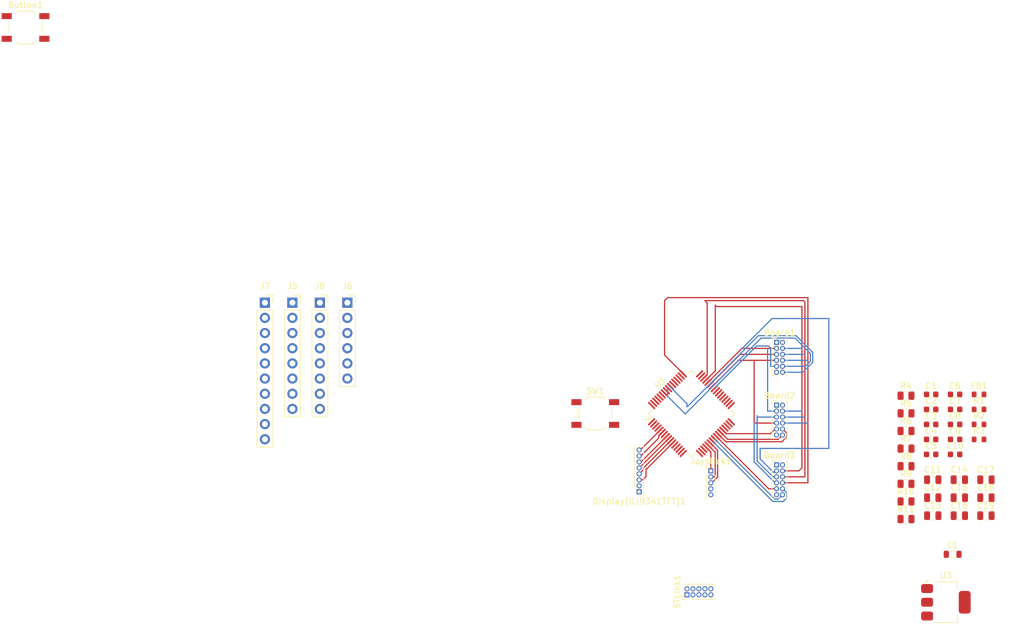
<source format=kicad_pcb>
(kicad_pcb (version 20241229) (generator "pcbnew") (generator_version "9.0")
  (title_block (title "Test") (date "2026-01-30") (rev "0"))
  (layers (0 "F.Cu" signal) (2 "B.Cu" signal) (13 "F.Paste" user) (15 "B.Paste" user) (5 "F.SilkS" user "F.Silkscreen") (7 "B.SilkS" user "B.Silkscreen") (1 "F.Mask" user) (3 "B.Mask" user) (25 "Edge.Cuts" user))
  (net 0 "")
  (net 1 "/OE")
  (net 2 "/OUT_3_1")
  (net 3 "/OUT_2_1")
  (net 4 "/LED")
  (net 5 "/S0")
  (net 6 "/S1")
  (net 7 "GND")
  (net 8 "/S2")
  (net 9 "/S3")
  (net 10 "+3.3V")
  (net 11 "/OUT_1_1")
  (net 12 "/OUT_2_2")
  (net 13 "/OUT_3_2")
  (net 14 "/OUT_1_2")
  (net 15 "/OUT_2_3")
  (net 16 "/OUT_3_3")
  (net 17 "/OUT_1_3")
  (net 18 "/But")
  (net 19 "+3V0")
  (net 20 "/PD2")
  (net 21 "VDDA")
  (net 22 "/SDI{slash}MOSI")
  (net 23 "/RESET")
  (net 24 "VCC")
  (net 25 "/CS")
  (net 26 "/LED_T")
  (net 27 "/DC{slash}RS")
  (net 28 "/SCK")
  (net 29 "/NRST")
  (net 30 "VDD")
  (net 31 "/Button")
  (net 32 "/Y-pos")
  (net 33 "/X-pos")
  (net 34 "/BOOT0")
  (net 35 "/SWDIO")
  (net 37 "/RST_L")
  (net 40 "/CLK")
  (net 43 "/DIR_3")
  (net 44 "/DIR_1")
  (net 46 "/FAULT_3")
  (net 47 "/RST_2")
  (net 48 "/FAULT_4")
  (net 50 "/RST_4")
  (net 51 "/STEP_2")
  (net 52 "/STEP_1")
  (net 53 "/DIR_2")
  (net 55 "/RST_3")
  (net 56 "/FAULT_1")
  (net 57 "/DIR_4")
  (net 58 "/RST_1")
  (net 59 "/STEP_3")
  (net 61 "/FAULT_2")
  (net 63 "/STEP_4")
  (net 64 "+24VA")
  (net 65 "/BST")
  (net 66 "/SW")
  (net 67 "/Buck_Vout_5V{slash}3A")
  (net 68 "/SS")
  (net 69 "Net-(C17-Pad2)")
  (net 70 "+5V")
  (net 71 "/LM317_Vout_3.3V")
  (net 72 "/EN")
  (net 73 "/PG")
  (net 74 "/FB")
  (net 75 "Net-(U3-ADJ)")
  (net 76 "/IOREF")
  (net 78 "+3V3")
  (net 79 "/~{RESET}")
  (net 80 "/A1")
  (net 81 "/A3")
  (net 82 "/SCL{slash}A5")
  (net 83 "/SDA{slash}A4")
  (net 84 "/A0")
  (net 85 "/A2")
  (net 86 "/*10")
  (net 87 "/13")
  (net 88 "/*9")
  (net 89 "/*11")
  (net 90 "/8")
  (net 91 "/12")
  (net 92 "/AREF")
  (net 93 "/TX{slash}1")
  (net 94 "/*6")
  (net 95 "/*5")
  (net 96 "/RX{slash}0")
  (net 97 "/2")
  (net 98 "/7")
  (net 99 "/*3")
  (net 100 "/4")
  (footprint "Capacitor_SMD:C_0805_2012Metric" (layer "F.Cu") (at 165.05 78.73)
    (property "Reference" "C17" (at 0 -1.68 0) (layer "F.SilkS"))
    (property "Value" "300pF")
    (pad "1" smd roundrect (at -0.95 0) (size 1 1.45) (layers "F.Cu" "F.Mask" "F.Paste") (net 67 "/Buck_Vout_5V{slash}3A"))
    (pad "2" smd roundrect (at 0.95 0) (size 1 1.45) (layers "F.Cu" "F.Mask" "F.Paste") (net 69 "Net-(C17-Pad2)"))
  )
  (footprint "Resistor_SMD:R_0603_1608Metric" (layer "F.Cu") (at 163.9 64.455)
    (property "Reference" "FB1" (at 0 -1.43 0) (layer "F.SilkS"))
    (property "Value" "600Ohm @ 100MHz")
    (pad "1" smd roundrect (at -0.825 0) (size 0.8 0.95) (layers "F.Cu" "F.Mask" "F.Paste") (net 19 "+3V0"))
    (pad "2" smd roundrect (at 0.825 0) (size 0.8 0.95) (layers "F.Cu" "F.Mask" "F.Paste") (net 21 "VDDA"))
  )
  (footprint "Resistor_SMD:R_0805_2012Metric" (layer "F.Cu") (at 151.67 67.625)
    (property "Reference" "R5" (at 0 -1.65 0) (layer "F.SilkS"))
    (property "Value" "22k")
    (pad "1" smd roundrect (at -0.9125 0) (size 1.025 1.4) (layers "F.Cu" "F.Mask" "F.Paste") (roundrect_rratio 0.243902) (net 72 "/EN"))
    (pad "2" smd roundrect (at 0.9125 0) (size 1.025 1.4) (layers "F.Cu" "F.Mask" "F.Paste") (roundrect_rratio 0.243902) (net 7 "GND"))
  )
  (footprint "Resistor_SMD:R_0805_2012Metric" (layer "F.Cu") (at 151.67 82.375)
    (property "Reference" "R10" (at 0 -1.65 0) (layer "F.SilkS"))
    (property "Value" "240")
    (pad "1" smd roundrect (at -0.9125 0) (size 1.025 1.4) (layers "F.Cu" "F.Mask" "F.Paste") (roundrect_rratio 0.243902) (net 71 "/LM317_Vout_3.3V"))
    (pad "2" smd roundrect (at 0.9125 0) (size 1.025 1.4) (layers "F.Cu" "F.Mask" "F.Paste") (roundrect_rratio 0.243902) (net 75 "Net-(U3-ADJ)"))
  )
  (footprint "Capacitor_SMD:C_0805_2012Metric" (layer "F.Cu") (at 165.05 84.75)
    (property "Reference" "C19" (at 0 -1.68 0) (layer "F.SilkS"))
    (property "Value" "1uF")
    (pad "1" smd roundrect (at -0.95 0) (size 1 1.45) (layers "F.Cu" "F.Mask" "F.Paste") (net 71 "/LM317_Vout_3.3V"))
    (pad "2" smd roundrect (at 0.95 0) (size 1 1.45) (layers "F.Cu" "F.Mask" "F.Paste") (net 7 "GND"))
  )
  (footprint "Button_Switch_SMD:SW_SPST_TL3342" (layer "F.Cu") (at 4.275 3.025)
    (property "Reference" "Button1" (at 0 -3.75 0) (layer "F.SilkS"))
    (property "Value" "~")
    (pad "1" smd rect (at -3.15 -1.9) (size 1.7 1) (layers "F.Cu" "F.Mask" "F.Paste") (net 7 "GND"))
    (pad "1" smd rect (at 3.15 -1.9) (size 1.7 1) (layers "F.Cu" "F.Mask" "F.Paste") (net 7 "GND"))
    (pad "2" smd rect (at -3.15 1.9) (size 1.7 1) (layers "F.Cu" "F.Mask" "F.Paste") (net 18 "/But"))
    (pad "2" smd rect (at 3.15 1.9) (size 1.7 1) (layers "F.Cu" "F.Mask" "F.Paste") (net 18 "/But"))
  )
  (footprint "Capacitor_SMD:C_0805_2012Metric" (layer "F.Cu") (at 160.6 84.75)
    (property "Reference" "C16" (at 0 -1.68 0) (layer "F.SilkS"))
    (property "Value" "22nF")
    (pad "1" smd roundrect (at -0.95 0) (size 1 1.45) (layers "F.Cu" "F.Mask" "F.Paste") (net 68 "/SS"))
    (pad "2" smd roundrect (at 0.95 0) (size 1 1.45) (layers "F.Cu" "F.Mask" "F.Paste") (net 7 "GND"))
  )
  (footprint "Capacitor_SMD:C_0603_1608Metric" (layer "F.Cu") (at 155.88 66.965)
    (property "Reference" "C2" (at 0 -1.43 0) (layer "F.SilkS"))
    (property "Value" "100nF")
    (pad "1" smd roundrect (at -0.775 0) (size 0.9 0.95) (layers "F.Cu" "F.Mask" "F.Paste") (net 19 "+3V0"))
    (pad "2" smd roundrect (at 0.775 0) (size 0.9 0.95) (layers "F.Cu" "F.Mask" "F.Paste") (net 7 "GND"))
  )
  (footprint "Package_TO_SOT_SMD:SOT-223-3_TabPin2" (layer "F.Cu") (at 158.35 99.25)
    (property "Reference" "U3" (at 0 -4.5 0) (layer "F.SilkS"))
    (property "Value" "LM317_SOT-223")
    (pad "1" smd roundrect (at -3.15 -2.3) (size 2 1.5) (layers "F.Cu" "F.Mask" "F.Paste") (net 75 "Net-(U3-ADJ)"))
    (pad "2" smd roundrect (at -3.15 0) (size 2 1.5) (layers "F.Cu" "F.Mask" "F.Paste") (net 71 "/LM317_Vout_3.3V"))
    (pad "2" smd roundrect (at 3.15 0) (size 2 3.8) (layers "F.Cu" "F.Mask" "F.Paste") (net 71 "/LM317_Vout_3.3V"))
    (pad "3" smd roundrect (at -3.15 2.3) (size 2 1.5) (layers "F.Cu" "F.Mask" "F.Paste") (net 70 "+5V"))
  )
  (footprint "Capacitor_SMD:C_0603_1608Metric" (layer "F.Cu") (at 159.89 64.455)
    (property "Reference" "C6" (at 0 -1.43 0) (layer "F.SilkS"))
    (property "Value" "1uF")
    (pad "1" smd roundrect (at -0.775 0) (size 0.9 0.95) (layers "F.Cu" "F.Mask" "F.Paste") (net 21 "VDDA"))
    (pad "2" smd roundrect (at 0.775 0) (size 0.9 0.95) (layers "F.Cu" "F.Mask" "F.Paste") (net 7 "GND"))
  )
  (footprint "Capacitor_SMD:C_0603_1608Metric" (layer "F.Cu") (at 159.89 71.985)
    (property "Reference" "C9" (at 0 -1.43 0) (layer "F.SilkS"))
    (property "Value" "100nF")
    (pad "1" smd roundrect (at -0.775 0) (size 0.9 0.95) (layers "F.Cu" "F.Mask" "F.Paste") (net 19 "+3V0"))
    (pad "2" smd roundrect (at 0.775 0) (size 0.9 0.95) (layers "F.Cu" "F.Mask" "F.Paste") (net 7 "GND"))
  )
  (footprint "Resistor_SMD:R_0805_2012Metric" (layer "F.Cu") (at 151.67 64.675)
    (property "Reference" "R4" (at 0 -1.65 0) (layer "F.SilkS"))
    (property "Value" "180k")
    (pad "1" smd roundrect (at -0.9125 0) (size 1.025 1.4) (layers "F.Cu" "F.Mask" "F.Paste") (roundrect_rratio 0.243902) (net 64 "+24VA"))
    (pad "2" smd roundrect (at 0.9125 0) (size 1.025 1.4) (layers "F.Cu" "F.Mask" "F.Paste") (roundrect_rratio 0.243902) (net 72 "/EN"))
  )
  (footprint "Capacitor_SMD:C_0805_2012Metric" (layer "F.Cu") (at 156.15 78.73)
    (property "Reference" "C11" (at 0 -1.68 0) (layer "F.SilkS"))
    (property "Value" "22nF")
    (pad "1" smd roundrect (at -0.95 0) (size 1 1.45) (layers "F.Cu" "F.Mask" "F.Paste") (net 64 "+24VA"))
    (pad "2" smd roundrect (at 0.95 0) (size 1 1.45) (layers "F.Cu" "F.Mask" "F.Paste") (net 7 "GND"))
  )
  (footprint "Capacitor_SMD:C_0603_1608Metric" (layer "F.Cu") (at 155.88 71.985)
    (property "Reference" "C4" (at 0 -1.43 0) (layer "F.SilkS"))
    (property "Value" "100nF")
    (pad "1" smd roundrect (at -0.775 0) (size 0.9 0.95) (layers "F.Cu" "F.Mask" "F.Paste") (net 19 "+3V0"))
    (pad "2" smd roundrect (at 0.775 0) (size 0.9 0.95) (layers "F.Cu" "F.Mask" "F.Paste") (net 7 "GND"))
  )
  (footprint "Capacitor_SMD:C_0805_2012Metric" (layer "F.Cu") (at 160.6 81.74)
    (property "Reference" "C15" (at 0 -1.68 0) (layer "F.SilkS"))
    (property "Value" "22nF")
    (pad "1" smd roundrect (at -0.95 0) (size 1 1.45) (layers "F.Cu" "F.Mask" "F.Paste") (net 67 "/Buck_Vout_5V{slash}3A"))
    (pad "2" smd roundrect (at 0.95 0) (size 1 1.45) (layers "F.Cu" "F.Mask" "F.Paste") (net 7 "GND"))
  )
  (footprint "Connector_PinSocket_2.54mm:PinSocket_1x08_P2.54mm_Vertical" (layer "F.Cu") (at 48.95 49.1)
    (property "Reference" "J5" (at 0 -2.77 0) (layer "F.SilkS"))
    (property "Value" "Power")
    (pad "1" thru_hole rect (at 0 0) (size 1.7 1.7) (drill 1) (layers "*.Cu" "*.Mask"))
    (pad "2" thru_hole circle (at 0 2.54) (size 1.7 1.7) (drill 1) (layers "*.Cu" "*.Mask") (net 76 "/IOREF"))
    (pad "3" thru_hole circle (at 0 5.08) (size 1.7 1.7) (drill 1) (layers "*.Cu" "*.Mask") (net 79 "/~{RESET}"))
    (pad "4" thru_hole circle (at 0 7.62) (size 1.7 1.7) (drill 1) (layers "*.Cu" "*.Mask") (net 78 "+3V3"))
    (pad "5" thru_hole circle (at 0 10.16) (size 1.7 1.7) (drill 1) (layers "*.Cu" "*.Mask") (net 70 "+5V"))
    (pad "6" thru_hole circle (at 0 12.7) (size 1.7 1.7) (drill 1) (layers "*.Cu" "*.Mask") (net 7 "GND"))
    (pad "7" thru_hole circle (at 0 15.24) (size 1.7 1.7) (drill 1) (layers "*.Cu" "*.Mask") (net 7 "GND"))
    (pad "8" thru_hole circle (at 0 17.78) (size 1.7 1.7) (drill 1) (layers "*.Cu" "*.Mask") (net 24 "VCC"))
  )
  (footprint "Capacitor_SMD:C_0805_2012Metric" (layer "F.Cu") (at 156.15 84.75)
    (property "Reference" "C13" (at 0 -1.68 0) (layer "F.SilkS"))
    (property "Value" "0.1uF")
    (pad "1" smd roundrect (at -0.95 0) (size 1 1.45) (layers "F.Cu" "F.Mask" "F.Paste") (net 65 "/BST"))
    (pad "2" smd roundrect (at 0.95 0) (size 1 1.45) (layers "F.Cu" "F.Mask" "F.Paste") (net 66 "/SW"))
  )
  (footprint "Connector_PinHeader_1.00mm:PinHeader_2x06_P1.00mm_Vertical" (layer "F.Cu") (at 130 76.25)
    (property "Reference" "Board3" (at 0.5 -1.61 0) (layer "F.SilkS"))
    (property "Value" "Conn_02x06_Odd_Even")
    (pad "1" thru_hole rect (at 0 0) (size 0.85 0.85) (drill 0.5) (layers "*.Cu" "*.Mask") (net 7 "GND"))
    (pad "2" thru_hole circle (at 1 0) (size 0.85 0.85) (drill 0.5) (layers "*.Cu" "*.Mask") (net 10 "+3.3V"))
    (pad "3" thru_hole circle (at 0 1) (size 0.85 0.85) (drill 0.5) (layers "*.Cu" "*.Mask") (net 5 "/S0"))
    (pad "4" thru_hole circle (at 1 1) (size 0.85 0.85) (drill 0.5) (layers "*.Cu" "*.Mask") (net 6 "/S1"))
    (pad "5" thru_hole circle (at 0 2) (size 0.85 0.85) (drill 0.5) (layers "*.Cu" "*.Mask") (net 8 "/S2"))
    (pad "6" thru_hole circle (at 1 2) (size 0.85 0.85) (drill 0.5) (layers "*.Cu" "*.Mask") (net 9 "/S3"))
    (pad "7" thru_hole circle (at 0 3) (size 0.85 0.85) (drill 0.5) (layers "*.Cu" "*.Mask") (net 1 "/OE"))
    (pad "8" thru_hole circle (at 1 3) (size 0.85 0.85) (drill 0.5) (layers "*.Cu" "*.Mask") (net 4 "/LED"))
    (pad "9" thru_hole circle (at 0 4) (size 0.85 0.85) (drill 0.5) (layers "*.Cu" "*.Mask") (net 17 "/OUT_1_3"))
    (pad "10" thru_hole circle (at 1 4) (size 0.85 0.85) (drill 0.5) (layers "*.Cu" "*.Mask") (net 15 "/OUT_2_3"))
    (pad "11" thru_hole circle (at 0 5) (size 0.85 0.85) (drill 0.5) (layers "*.Cu" "*.Mask") (net 7 "GND"))
    (pad "12" thru_hole circle (at 1 5) (size 0.85 0.85) (drill 0.5) (layers "*.Cu" "*.Mask") (net 16 "/OUT_3_3"))
  )
  (footprint "Capacitor_SMD:C_0603_1608Metric" (layer "F.Cu") (at 155.88 69.475)
    (property "Reference" "C3" (at 0 -1.43 0) (layer "F.SilkS"))
    (property "Value" "100nF")
    (pad "1" smd roundrect (at -0.775 0) (size 0.9 0.95) (layers "F.Cu" "F.Mask" "F.Paste") (net 19 "+3V0"))
    (pad "2" smd roundrect (at 0.775 0) (size 0.9 0.95) (layers "F.Cu" "F.Mask" "F.Paste") (net 7 "GND"))
  )
  (footprint "Connector_PinSocket_2.54mm:PinSocket_1x10_P2.54mm_Vertical" (layer "F.Cu") (at 44.35 49.1)
    (property "Reference" "J7" (at 0 -2.77 0) (layer "F.SilkS"))
    (property "Value" "Digital/PWM")
    (pad "1" thru_hole rect (at 0 0) (size 1.7 1.7) (drill 1) (layers "*.Cu" "*.Mask") (net 82 "/SCL{slash}A5"))
    (pad "2" thru_hole circle (at 0 2.54) (size 1.7 1.7) (drill 1) (layers "*.Cu" "*.Mask") (net 83 "/SDA{slash}A4"))
    (pad "3" thru_hole circle (at 0 5.08) (size 1.7 1.7) (drill 1) (layers "*.Cu" "*.Mask") (net 92 "/AREF"))
    (pad "4" thru_hole circle (at 0 7.62) (size 1.7 1.7) (drill 1) (layers "*.Cu" "*.Mask") (net 7 "GND"))
    (pad "5" thru_hole circle (at 0 10.16) (size 1.7 1.7) (drill 1) (layers "*.Cu" "*.Mask") (net 87 "/13"))
    (pad "6" thru_hole circle (at 0 12.7) (size 1.7 1.7) (drill 1) (layers "*.Cu" "*.Mask") (net 91 "/12"))
    (pad "7" thru_hole circle (at 0 15.24) (size 1.7 1.7) (drill 1) (layers "*.Cu" "*.Mask") (net 89 "/*11"))
    (pad "8" thru_hole circle (at 0 17.78) (size 1.7 1.7) (drill 1) (layers "*.Cu" "*.Mask") (net 86 "/*10"))
    (pad "9" thru_hole circle (at 0 20.32) (size 1.7 1.7) (drill 1) (layers "*.Cu" "*.Mask") (net 88 "/*9"))
    (pad "10" thru_hole circle (at 0 22.86) (size 1.7 1.7) (drill 1) (layers "*.Cu" "*.Mask") (net 90 "/8"))
  )
  (footprint "Capacitor_SMD:C_0603_1608Metric" (layer "F.Cu") (at 155.88 64.455)
    (property "Reference" "C1" (at 0 -1.43 0) (layer "F.SilkS"))
    (property "Value" "0.1uF")
    (pad "1" smd roundrect (at -0.775 0) (size 0.9 0.95) (layers "F.Cu" "F.Mask" "F.Paste") (net 29 "/NRST"))
    (pad "2" smd roundrect (at 0.775 0) (size 0.9 0.95) (layers "F.Cu" "F.Mask" "F.Paste") (net 7 "GND"))
  )
  (footprint "Package_QFP:LQFP-64_10x10mm_P0.5mm" (layer "F.Cu") (at 115.75 67.675 45)
    (property "Reference" "U1" (at 0 -7.4 45) (layer "F.SilkS"))
    (property "Value" "STM32F091RCTx")
    (pad "1" smd roundrect (at -5.675 -3.749999 45) (size 1.55 0.3) (layers "F.Cu" "F.Mask" "F.Paste") (net 19 "+3V0"))
    (pad "2" smd roundrect (at -5.675 -3.25 45) (size 1.55 0.3) (layers "F.Cu" "F.Mask" "F.Paste") (net 61 "/FAULT_2"))
    (pad "3" smd roundrect (at -5.675 -2.75 45) (size 1.55 0.3) (layers "F.Cu" "F.Mask" "F.Paste"))
    (pad "4" smd roundrect (at -5.675 -2.25 45) (size 1.55 0.3) (layers "F.Cu" "F.Mask" "F.Paste"))
    (pad "5" smd roundrect (at -5.675 -1.75 45) (size 1.55 0.3) (layers "F.Cu" "F.Mask" "F.Paste") (net 26 "/LED_T"))
    (pad "6" smd roundrect (at -5.675 -1.249999 45) (size 1.55 0.3) (layers "F.Cu" "F.Mask" "F.Paste") (net 28 "/SCK"))
    (pad "7" smd roundrect (at -5.675 -0.75 45) (size 1.55 0.3) (layers "F.Cu" "F.Mask" "F.Paste") (net 29 "/NRST"))
    (pad "8" smd roundrect (at -5.675 -0.25 45) (size 1.55 0.3) (layers "F.Cu" "F.Mask" "F.Paste") (net 22 "/SDI{slash}MOSI"))
    (pad "9" smd roundrect (at -5.675 0.25 45) (size 1.55 0.3) (layers "F.Cu" "F.Mask" "F.Paste") (net 27 "/DC{slash}RS"))
    (pad "10" smd roundrect (at -5.675 0.75 45) (size 1.55 0.3) (layers "F.Cu" "F.Mask" "F.Paste") (net 23 "/RESET"))
    (pad "11" smd roundrect (at -5.675 1.249999 45) (size 1.55 0.3) (layers "F.Cu" "F.Mask" "F.Paste") (net 25 "/CS"))
    (pad "12" smd roundrect (at -5.675 1.75 45) (size 1.55 0.3) (layers "F.Cu" "F.Mask" "F.Paste") (net 7 "GND"))
    (pad "13" smd roundrect (at -5.675 2.25 45) (size 1.55 0.3) (layers "F.Cu" "F.Mask" "F.Paste") (net 21 "VDDA"))
    (pad "14" smd roundrect (at -5.675 2.75 45) (size 1.55 0.3) (layers "F.Cu" "F.Mask" "F.Paste"))
    (pad "15" smd roundrect (at -5.675 3.25 45) (size 1.55 0.3) (layers "F.Cu" "F.Mask" "F.Paste"))
    (pad "16" smd roundrect (at -5.675 3.749999 45) (size 1.55 0.3) (layers "F.Cu" "F.Mask" "F.Paste"))
    (pad "17" smd roundrect (at -3.749999 5.675 45) (size 0.3 1.55) (layers "F.Cu" "F.Mask" "F.Paste"))
    (pad "18" smd roundrect (at -3.25 5.675 45) (size 0.3 1.55) (layers "F.Cu" "F.Mask" "F.Paste") (net 7 "GND"))
    (pad "19" smd roundrect (at -2.75 5.675 45) (size 0.3 1.55) (layers "F.Cu" "F.Mask" "F.Paste") (net 19 "+3V0"))
    (pad "20" smd roundrect (at -2.25 5.675 45) (size 0.3 1.55) (layers "F.Cu" "F.Mask" "F.Paste") (net 31 "/Button"))
    (pad "21" smd roundrect (at -1.75 5.675 45) (size 0.3 1.55) (layers "F.Cu" "F.Mask" "F.Paste") (net 32 "/Y-pos"))
    (pad "22" smd roundrect (at -1.249999 5.675 45) (size 0.3 1.55) (layers "F.Cu" "F.Mask" "F.Paste") (net 33 "/X-pos"))
    (pad "23" smd roundrect (at -0.75 5.675 45) (size 0.3 1.55) (layers "F.Cu" "F.Mask" "F.Paste") (net 15 "/OUT_2_3"))
    (pad "24" smd roundrect (at -0.25 5.675 45) (size 0.3 1.55) (layers "F.Cu" "F.Mask" "F.Paste") (net 16 "/OUT_3_3"))
    (pad "25" smd roundrect (at 0.25 5.675 45) (size 0.3 1.55) (layers "F.Cu" "F.Mask" "F.Paste") (net 17 "/OUT_1_3"))
    (pad "26" smd roundrect (at 0.75 5.675 45) (size 0.3 1.55) (layers "F.Cu" "F.Mask" "F.Paste") (net 12 "/OUT_2_2"))
    (pad "27" smd roundrect (at 1.249999 5.675 45) (size 0.3 1.55) (layers "F.Cu" "F.Mask" "F.Paste") (net 13 "/OUT_3_2"))
    (pad "28" smd roundrect (at 1.75 5.675 45) (size 0.3 1.55) (layers "F.Cu" "F.Mask" "F.Paste") (net 14 "/OUT_1_2"))
    (pad "29" smd roundrect (at 2.25 5.675 45) (size 0.3 1.55) (layers "F.Cu" "F.Mask" "F.Paste") (net 55 "/RST_3"))
    (pad "30" smd roundrect (at 2.75 5.675 45) (size 0.3 1.55) (layers "F.Cu" "F.Mask" "F.Paste") (net 46 "/FAULT_3"))
    (pad "31" smd roundrect (at 3.25 5.675 45) (size 0.3 1.55) (layers "F.Cu" "F.Mask" "F.Paste") (net 7 "GND"))
    (pad "32" smd roundrect (at 3.749999 5.675 45) (size 0.3 1.55) (layers "F.Cu" "F.Mask" "F.Paste") (net 19 "+3V0"))
    (pad "33" smd roundrect (at 5.675 3.749999 45) (size 1.55 0.3) (layers "F.Cu" "F.Mask" "F.Paste") (net 63 "/STEP_4"))
    (pad "34" smd roundrect (at 5.675 3.25 45) (size 1.55 0.3) (layers "F.Cu" "F.Mask" "F.Paste") (net 57 "/DIR_4"))
    (pad "35" smd roundrect (at 5.675 2.75 45) (size 1.55 0.3) (layers "F.Cu" "F.Mask" "F.Paste") (net 50 "/RST_4"))
    (pad "36" smd roundrect (at 5.675 2.25 45) (size 1.55 0.3) (layers "F.Cu" "F.Mask" "F.Paste") (net 48 "/FAULT_4"))
    (pad "37" smd roundrect (at 5.675 1.75 45) (size 1.55 0.3) (layers "F.Cu" "F.Mask" "F.Paste") (net 52 "/STEP_1"))
    (pad "38" smd roundrect (at 5.675 1.249999 45) (size 1.55 0.3) (layers "F.Cu" "F.Mask" "F.Paste") (net 44 "/DIR_1"))
    (pad "39" smd roundrect (at 5.675 0.75 45) (size 1.55 0.3) (layers "F.Cu" "F.Mask" "F.Paste") (net 58 "/RST_1"))
    (pad "40" smd roundrect (at 5.675 0.25 45) (size 1.55 0.3) (layers "F.Cu" "F.Mask" "F.Paste") (net 56 "/FAULT_1"))
    (pad "41" smd roundrect (at 5.675 -0.25 45) (size 1.55 0.3) (layers "F.Cu" "F.Mask" "F.Paste") (net 11 "/OUT_1_1"))
    (pad "42" smd roundrect (at 5.675 -0.75 45) (size 1.55 0.3) (layers "F.Cu" "F.Mask" "F.Paste") (net 1 "/OE"))
    (pad "43" smd roundrect (at 5.675 -1.249999 45) (size 1.55 0.3) (layers "F.Cu" "F.Mask" "F.Paste") (net 8 "/S2"))
    (pad "44" smd roundrect (at 5.675 -1.75 45) (size 1.55 0.3) (layers "F.Cu" "F.Mask" "F.Paste") (net 5 "/S0"))
    (pad "45" smd roundrect (at 5.675 -2.25 45) (size 1.55 0.3) (layers "F.Cu" "F.Mask" "F.Paste") (net 6 "/S1"))
    (pad "46" smd roundrect (at 5.675 -2.75 45) (size 1.55 0.3) (layers "F.Cu" "F.Mask" "F.Paste") (net 9 "/S3"))
    (pad "47" smd roundrect (at 5.675 -3.25 45) (size 1.55 0.3) (layers "F.Cu" "F.Mask" "F.Paste") (net 7 "GND"))
    (pad "48" smd roundrect (at 5.675 -3.749999 45) (size 1.55 0.3) (layers "F.Cu" "F.Mask" "F.Paste") (net 19 "+3V0"))
    (pad "49" smd roundrect (at 3.749999 -5.675 45) (size 0.3 1.55) (layers "F.Cu" "F.Mask" "F.Paste") (net 4 "/LED"))
    (pad "50" smd roundrect (at 3.25 -5.675 45) (size 0.3 1.55) (layers "F.Cu" "F.Mask" "F.Paste") (net 18 "/But"))
    (pad "51" smd roundrect (at 2.75 -5.675 45) (size 0.3 1.55) (layers "F.Cu" "F.Mask" "F.Paste") (net 51 "/STEP_2"))
    (pad "52" smd roundrect (at 2.25 -5.675 45) (size 0.3 1.55) (layers "F.Cu" "F.Mask" "F.Paste") (net 53 "/DIR_2"))
    (pad "53" smd roundrect (at 1.75 -5.675 45) (size 0.3 1.55) (layers "F.Cu" "F.Mask" "F.Paste") (net 47 "/RST_2"))
    (pad "54" smd roundrect (at 1.249999 -5.675 45) (size 0.3 1.55) (layers "F.Cu" "F.Mask" "F.Paste") (net 20 "/PD2"))
    (pad "55" smd roundrect (at 0.75 -5.675 45) (size 0.3 1.55) (layers "F.Cu" "F.Mask" "F.Paste") (net 2 "/OUT_3_1"))
    (pad "56" smd roundrect (at 0.25 -5.675 45) (size 0.3 1.55) (layers "F.Cu" "F.Mask" "F.Paste") (net 3 "/OUT_2_1"))
    (pad "57" smd roundrect (at -0.25 -5.675 45) (size 0.3 1.55) (layers "F.Cu" "F.Mask" "F.Paste"))
    (pad "58" smd roundrect (at -0.75 -5.675 45) (size 0.3 1.55) (layers "F.Cu" "F.Mask" "F.Paste"))
    (pad "59" smd roundrect (at -1.249999 -5.675 45) (size 0.3 1.55) (layers "F.Cu" "F.Mask" "F.Paste"))
    (pad "60" smd roundrect (at -1.75 -5.675 45) (size 0.3 1.55) (layers "F.Cu" "F.Mask" "F.Paste") (net 34 "/BOOT0"))
    (pad "61" smd roundrect (at -2.25 -5.675 45) (size 0.3 1.55) (layers "F.Cu" "F.Mask" "F.Paste") (net 59 "/STEP_3"))
    (pad "62" smd roundrect (at -2.75 -5.675 45) (size 0.3 1.55) (layers "F.Cu" "F.Mask" "F.Paste") (net 43 "/DIR_3"))
    (pad "63" smd roundrect (at -3.25 -5.675 45) (size 0.3 1.55) (layers "F.Cu" "F.Mask" "F.Paste") (net 7 "GND"))
    (pad "64" smd roundrect (at -3.749999 -5.675 45) (size 0.3 1.55) (layers "F.Cu" "F.Mask" "F.Paste") (net 19 "+3V0"))
  )
  (footprint "Resistor_SMD:R_0603_1608Metric" (layer "F.Cu") (at 163.9 66.965)
    (property "Reference" "R1" (at 0 -1.43 0) (layer "F.SilkS"))
    (property "Value" "100k")
    (pad "1" smd roundrect (at -0.825 0) (size 0.8 0.95) (layers "F.Cu" "F.Mask" "F.Paste") (net 19 "+3V0"))
    (pad "2" smd roundrect (at 0.825 0) (size 0.8 0.95) (layers "F.Cu" "F.Mask" "F.Paste") (net 29 "/NRST"))
  )
  (footprint "Capacitor_SMD:C_0603_1608Metric" (layer "F.Cu") (at 159.89 69.475)
    (property "Reference" "C8" (at 0 -1.43 0) (layer "F.SilkS"))
    (property "Value" "10nF")
    (pad "1" smd roundrect (at -0.775 0) (size 0.9 0.95) (layers "F.Cu" "F.Mask" "F.Paste") (net 21 "VDDA"))
    (pad "2" smd roundrect (at 0.775 0) (size 0.9 0.95) (layers "F.Cu" "F.Mask" "F.Paste") (net 7 "GND"))
  )
  (footprint "Connector_PinSocket_2.54mm:PinSocket_1x08_P2.54mm_Vertical" (layer "F.Cu") (at 53.55 49.1)
    (property "Reference" "J8" (at 0 -2.77 0) (layer "F.SilkS"))
    (property "Value" "Digital/PWM")
    (pad "1" thru_hole rect (at 0 0) (size 1.7 1.7) (drill 1) (layers "*.Cu" "*.Mask") (net 98 "/7"))
    (pad "2" thru_hole circle (at 0 2.54) (size 1.7 1.7) (drill 1) (layers "*.Cu" "*.Mask") (net 94 "/*6"))
    (pad "3" thru_hole circle (at 0 5.08) (size 1.7 1.7) (drill 1) (layers "*.Cu" "*.Mask") (net 95 "/*5"))
    (pad "4" thru_hole circle (at 0 7.62) (size 1.7 1.7) (drill 1) (layers "*.Cu" "*.Mask") (net 100 "/4"))
    (pad "5" thru_hole circle (at 0 10.16) (size 1.7 1.7) (drill 1) (layers "*.Cu" "*.Mask") (net 99 "/*3"))
    (pad "6" thru_hole circle (at 0 12.7) (size 1.7 1.7) (drill 1) (layers "*.Cu" "*.Mask") (net 97 "/2"))
    (pad "7" thru_hole circle (at 0 15.24) (size 1.7 1.7) (drill 1) (layers "*.Cu" "*.Mask") (net 93 "/TX{slash}1"))
    (pad "8" thru_hole circle (at 0 17.78) (size 1.7 1.7) (drill 1) (layers "*.Cu" "*.Mask") (net 96 "/RX{slash}0"))
  )
  (footprint "Button_Switch_SMD:SW_SPST_TL3342" (layer "F.Cu") (at 99.649999 67.65)
    (property "Reference" "SW1" (at 0 -3.749999 0) (layer "F.SilkS"))
    (property "Value" "SW_Push")
    (pad "1" smd rect (at -3.149999 -1.9) (size 1.7 1) (layers "F.Cu" "F.Mask" "F.Paste") (net 7 "GND"))
    (pad "1" smd rect (at 3.149999 -1.9) (size 1.7 1) (layers "F.Cu" "F.Mask" "F.Paste") (net 7 "GND"))
    (pad "2" smd rect (at -3.149999 1.9) (size 1.7 1) (layers "F.Cu" "F.Mask" "F.Paste") (net 29 "/NRST"))
    (pad "2" smd rect (at 3.149999 1.9) (size 1.7 1) (layers "F.Cu" "F.Mask" "F.Paste") (net 29 "/NRST"))
  )
  (footprint "Resistor_SMD:R_0805_2012Metric" (layer "F.Cu") (at 151.67 79.425)
    (property "Reference" "R9" (at 0 -1.65 0) (layer "F.SilkS"))
    (property "Value" "10k")
    (pad "1" smd roundrect (at -0.9125 0) (size 1.025 1.4) (layers "F.Cu" "F.Mask" "F.Paste") (roundrect_rratio 0.243902) (net 69 "Net-(C17-Pad2)"))
    (pad "2" smd roundrect (at 0.9125 0) (size 1.025 1.4) (layers "F.Cu" "F.Mask" "F.Paste") (roundrect_rratio 0.243902) (net 7 "GND"))
  )
  (footprint "Capacitor_SMD:C_0603_1608Metric" (layer "F.Cu") (at 159.89 74.495)
    (property "Reference" "C10" (at 0 -1.43 0) (layer "F.SilkS"))
    (property "Value" "4.7uF")
    (pad "1" smd roundrect (at -0.775 0) (size 0.9 0.95) (layers "F.Cu" "F.Mask" "F.Paste") (net 19 "+3V0"))
    (pad "2" smd roundrect (at 0.775 0) (size 0.9 0.95) (layers "F.Cu" "F.Mask" "F.Paste") (net 7 "GND"))
  )
  (footprint "Capacitor_SMD:C_0603_1608Metric" (layer "F.Cu") (at 159.89 66.965)
    (property "Reference" "C7" (at 0 -1.43 0) (layer "F.SilkS"))
    (property "Value" "C")
    (pad "1" smd roundrect (at -0.775 0) (size 0.9 0.95) (layers "F.Cu" "F.Mask" "F.Paste") (net 18 "/But"))
    (pad "2" smd roundrect (at 0.775 0) (size 0.9 0.95) (layers "F.Cu" "F.Mask" "F.Paste") (net 7 "GND"))
  )
  (footprint "Resistor_SMD:R_0603_1608Metric" (layer "F.Cu") (at 163.9 69.475)
    (property "Reference" "R2" (at 0 -1.43 0) (layer "F.SilkS"))
    (property "Value" "100k")
    (pad "1" smd roundrect (at -0.825 0) (size 0.8 0.95) (layers "F.Cu" "F.Mask" "F.Paste") (net 7 "GND"))
    (pad "2" smd roundrect (at 0.825 0) (size 0.8 0.95) (layers "F.Cu" "F.Mask" "F.Paste") (net 34 "/BOOT0"))
  )
  (footprint "Connector_PinHeader_1.00mm:PinHeader_1x05_P1.00mm_Vertical" (layer "F.Cu") (at 119 77.25)
    (property "Reference" "Joystick1" (at 0 -1.61 0) (layer "F.SilkS"))
    (property "Value" "Conn_01x05_Pin")
    (pad "1" thru_hole rect (at 0 0) (size 0.85 0.85) (drill 0.5) (layers "*.Cu" "*.Mask") (net 31 "/Button"))
    (pad "2" thru_hole circle (at 0 1) (size 0.85 0.85) (drill 0.5) (layers "*.Cu" "*.Mask") (net 32 "/Y-pos"))
    (pad "3" thru_hole circle (at 0 2.000001) (size 0.85 0.85) (drill 0.5) (layers "*.Cu" "*.Mask") (net 33 "/X-pos"))
    (pad "4" thru_hole circle (at 0 3) (size 0.85 0.85) (drill 0.5) (layers "*.Cu" "*.Mask") (net 30 "VDD"))
    (pad "5" thru_hole circle (at 0 4) (size 0.85 0.85) (drill 0.5) (layers "*.Cu" "*.Mask") (net 7 "GND"))
  )
  (footprint "Resistor_SMD:R_0805_2012Metric" (layer "F.Cu") (at 151.67 73.525)
    (property "Reference" "R7" (at 0 -1.65 0) (layer "F.SilkS"))
    (property "Value" "10k")
    (pad "1" smd roundrect (at -0.9125 0) (size 1.025 1.4) (layers "F.Cu" "F.Mask" "F.Paste") (roundrect_rratio 0.243902) (net 69 "Net-(C17-Pad2)"))
    (pad "2" smd roundrect (at 0.9125 0) (size 1.025 1.4) (layers "F.Cu" "F.Mask" "F.Paste") (roundrect_rratio 0.243902) (net 74 "/FB"))
  )
  (footprint "Connector_PinHeader_1.00mm:PinHeader_2x06_P1.00mm_Vertical" (layer "F.Cu") (at 130 66.25)
    (property "Reference" "Board2" (at 0.5 -1.61 0) (layer "F.SilkS"))
    (property "Value" "Conn_02x06_Odd_Even")
    (pad "1" thru_hole rect (at 0 0) (size 0.85 0.85) (drill 0.5) (layers "*.Cu" "*.Mask") (net 7 "GND"))
    (pad "2" thru_hole circle (at 1 0) (size 0.85 0.85) (drill 0.5) (layers "*.Cu" "*.Mask") (net 10 "+3.3V"))
    (pad "3" thru_hole circle (at 0 1) (size 0.85 0.85) (drill 0.5) (layers "*.Cu" "*.Mask") (net 5 "/S0"))
    (pad "4" thru_hole circle (at 1 1) (size 0.85 0.85) (drill 0.5) (layers "*.Cu" "*.Mask") (net 6 "/S1"))
    (pad "5" thru_hole circle (at 0 2) (size 0.85 0.85) (drill 0.5) (layers "*.Cu" "*.Mask") (net 8 "/S2"))
    (pad "6" thru_hole circle (at 1 2) (size 0.85 0.85) (drill 0.5) (layers "*.Cu" "*.Mask") (net 9 "/S3"))
    (pad "7" thru_hole circle (at 0 3) (size 0.85 0.85) (drill 0.5) (layers "*.Cu" "*.Mask") (net 1 "/OE"))
    (pad "8" thru_hole circle (at 1 3) (size 0.85 0.85) (drill 0.5) (layers "*.Cu" "*.Mask") (net 4 "/LED"))
    (pad "9" thru_hole circle (at 0 4) (size 0.85 0.85) (drill 0.5) (layers "*.Cu" "*.Mask") (net 14 "/OUT_1_2"))
    (pad "10" thru_hole circle (at 1 4) (size 0.85 0.85) (drill 0.5) (layers "*.Cu" "*.Mask") (net 12 "/OUT_2_2"))
    (pad "11" thru_hole circle (at 0 5) (size 0.85 0.85) (drill 0.5) (layers "*.Cu" "*.Mask") (net 7 "GND"))
    (pad "12" thru_hole circle (at 1 5) (size 0.85 0.85) (drill 0.5) (layers "*.Cu" "*.Mask") (net 13 "/OUT_3_2"))
  )
  (footprint "Capacitor_SMD:C_0805_2012Metric" (layer "F.Cu") (at 156.15 81.74)
    (property "Reference" "C12" (at 0 -1.68 0) (layer "F.SilkS"))
    (property "Value" "0.1uF")
    (pad "1" smd roundrect (at -0.95 0) (size 1 1.45) (layers "F.Cu" "F.Mask" "F.Paste") (net 64 "+24VA"))
    (pad "2" smd roundrect (at 0.95 0) (size 1 1.45) (layers "F.Cu" "F.Mask" "F.Paste") (net 7 "GND"))
  )
  (footprint "Resistor_SMD:R_0805_2012Metric" (layer "F.Cu") (at 151.67 70.575)
    (property "Reference" "R6" (at 0 -1.65 0) (layer "F.SilkS"))
    (property "Value" "10k")
    (pad "1" smd roundrect (at -0.9125 0) (size 1.025 1.4) (layers "F.Cu" "F.Mask" "F.Paste") (roundrect_rratio 0.243902) (net 67 "/Buck_Vout_5V{slash}3A"))
    (pad "2" smd roundrect (at 0.9125 0) (size 1.025 1.4) (layers "F.Cu" "F.Mask" "F.Paste") (roundrect_rratio 0.243902) (net 73 "/PG"))
  )
  (footprint "Resistor_SMD:R_0805_2012Metric" (layer "F.Cu") (at 151.67 76.475)
    (property "Reference" "R8" (at 0 -1.65 0) (layer "F.SilkS"))
    (property "Value" "90.9k")
    (pad "1" smd roundrect (at -0.9125 0) (size 1.025 1.4) (layers "F.Cu" "F.Mask" "F.Paste") (roundrect_rratio 0.243902) (net 69 "Net-(C17-Pad2)"))
    (pad "2" smd roundrect (at 0.9125 0) (size 1.025 1.4) (layers "F.Cu" "F.Mask" "F.Paste") (roundrect_rratio 0.243902) (net 67 "/Buck_Vout_5V{slash}3A"))
  )
  (footprint "Capacitor_SMD:C_0805_2012Metric" (layer "F.Cu") (at 165.05 81.74)
    (property "Reference" "C18" (at 0 -1.68 0) (layer "F.SilkS"))
    (property "Value" "0.1uF")
    (pad "1" smd roundrect (at -0.95 0) (size 1 1.45) (layers "F.Cu" "F.Mask" "F.Paste") (net 70 "+5V"))
    (pad "2" smd roundrect (at 0.95 0) (size 1 1.45) (layers "F.Cu" "F.Mask" "F.Paste") (net 7 "GND"))
  )
  (footprint "Capacitor_SMD:C_0805_2012Metric" (layer "F.Cu") (at 160.6 78.73)
    (property "Reference" "C14" (at 0 -1.68 0) (layer "F.SilkS"))
    (property "Value" "22nF")
    (pad "1" smd roundrect (at -0.95 0) (size 1 1.45) (layers "F.Cu" "F.Mask" "F.Paste") (net 67 "/Buck_Vout_5V{slash}3A"))
    (pad "2" smd roundrect (at 0.95 0) (size 1 1.45) (layers "F.Cu" "F.Mask" "F.Paste") (net 7 "GND"))
  )
  (footprint "Capacitor_SMD:C_0603_1608Metric" (layer "F.Cu") (at 155.88 74.495)
    (property "Reference" "C5" (at 0 -1.43 0) (layer "F.SilkS"))
    (property "Value" "4.7uF")
    (pad "1" smd roundrect (at -0.775 0) (size 0.9 0.95) (layers "F.Cu" "F.Mask" "F.Paste") (net 19 "+3V0"))
    (pad "2" smd roundrect (at 0.775 0) (size 0.9 0.95) (layers "F.Cu" "F.Mask" "F.Paste") (net 7 "GND"))
  )
  (footprint "Connector_PinSocket_2.54mm:PinSocket_1x06_P2.54mm_Vertical" (layer "F.Cu") (at 58.15 49.1)
    (property "Reference" "J6" (at 0 -2.77 0) (layer "F.SilkS"))
    (property "Value" "Analog")
    (pad "1" thru_hole rect (at 0 0) (size 1.7 1.7) (drill 1) (layers "*.Cu" "*.Mask") (net 84 "/A0"))
    (pad "2" thru_hole circle (at 0 2.54) (size 1.7 1.7) (drill 1) (layers "*.Cu" "*.Mask") (net 80 "/A1"))
    (pad "3" thru_hole circle (at 0 5.08) (size 1.7 1.7) (drill 1) (layers "*.Cu" "*.Mask") (net 85 "/A2"))
    (pad "4" thru_hole circle (at 0 7.62) (size 1.7 1.7) (drill 1) (layers "*.Cu" "*.Mask") (net 81 "/A3"))
    (pad "5" thru_hole circle (at 0 10.16) (size 1.7 1.7) (drill 1) (layers "*.Cu" "*.Mask") (net 83 "/SDA{slash}A4"))
    (pad "6" thru_hole circle (at 0 12.7) (size 1.7 1.7) (drill 1) (layers "*.Cu" "*.Mask") (net 82 "/SCL{slash}A5"))
  )
  (footprint "Inductor_SMD:L_0805_2012Metric" (layer "F.Cu") (at 159.48 91.225)
    (property "Reference" "L1" (at 0 -1.55 0) (layer "F.SilkS"))
    (property "Value" "6.8uH")
    (pad "1" smd roundrect (at -1.0625 0) (size 0.875 1.2) (layers "F.Cu" "F.Mask" "F.Paste") (net 66 "/SW"))
    (pad "2" smd roundrect (at 1.0625 0) (size 0.875 1.2) (layers "F.Cu" "F.Mask" "F.Paste") (net 67 "/Buck_Vout_5V{slash}3A"))
  )
  (footprint "Resistor_SMD:R_0805_2012Metric" (layer "F.Cu") (at 151.67 85.325)
    (property "Reference" "R11" (at 0 -1.65 0) (layer "F.SilkS"))
    (property "Value" "390")
    (pad "1" smd roundrect (at -0.9125 0) (size 1.025 1.4) (layers "F.Cu" "F.Mask" "F.Paste") (roundrect_rratio 0.243902) (net 75 "Net-(U3-ADJ)"))
    (pad "2" smd roundrect (at 0.9125 0) (size 1.025 1.4) (layers "F.Cu" "F.Mask" "F.Paste") (roundrect_rratio 0.243902) (net 7 "GND"))
  )
  (footprint "Connector_PinHeader_1.00mm:PinHeader_1x08_P1.00mm_Vertical" (layer "F.Cu") (at 107 80.75 180)
    (property "Reference" "Display(ILI9341TFT)1" (at 0 -1.61 0) (layer "F.SilkS"))
    (property "Value" "Conn_01x08_Pin")
    (pad "1" thru_hole rect (at 0 0 180) (size 0.85 0.85) (drill 0.5) (layers "*.Cu" "*.Mask") (net 24 "VCC"))
    (pad "2" thru_hole circle (at 0 1 180) (size 0.85 0.85) (drill 0.5) (layers "*.Cu" "*.Mask") (net 7 "GND"))
    (pad "3" thru_hole circle (at 0 2.000001 180) (size 0.85 0.85) (drill 0.5) (layers "*.Cu" "*.Mask") (net 25 "/CS"))
    (pad "4" thru_hole circle (at 0 3 180) (size 0.85 0.85) (drill 0.5) (layers "*.Cu" "*.Mask") (net 23 "/RESET"))
    (pad "5" thru_hole circle (at 0 4 180) (size 0.85 0.85) (drill 0.5) (layers "*.Cu" "*.Mask") (net 27 "/DC{slash}RS"))
    (pad "6" thru_hole circle (at 0 5 180) (size 0.85 0.85) (drill 0.5) (layers "*.Cu" "*.Mask") (net 22 "/SDI{slash}MOSI"))
    (pad "7" thru_hole circle (at 0 6 180) (size 0.85 0.85) (drill 0.5) (layers "*.Cu" "*.Mask") (net 28 "/SCK"))
    (pad "8" thru_hole circle (at 0 6.999999 180) (size 0.85 0.85) (drill 0.5) (layers "*.Cu" "*.Mask") (net 26 "/LED_T"))
  )
  (footprint "Connector_PinHeader_1.00mm:PinHeader_2x05_P1.00mm_Vertical" (layer "F.Cu") (at 115 98 90)
    (property "Reference" "STLink1" (at 0.499999 -1.61 90) (layer "F.SilkS"))
    (property "Value" "Conn_02x05_Odd_Even")
    (pad "1" thru_hole rect (at 0 0 90) (size 0.85 0.85) (drill 0.5) (layers "*.Cu" "*.Mask") (net 37 "/RST_L"))
    (pad "2" thru_hole circle (at 1 0 90) (size 0.85 0.85) (drill 0.5) (layers "*.Cu" "*.Mask") (net 35 "/SWDIO"))
    (pad "3" thru_hole circle (at 0 1 90) (size 0.85 0.85) (drill 0.5) (layers "*.Cu" "*.Mask") (net 7 "GND"))
    (pad "4" thru_hole circle (at 1 1 90) (size 0.85 0.85) (drill 0.5) (layers "*.Cu" "*.Mask") (net 7 "GND"))
    (pad "5" thru_hole circle (at 0 2.000001 90) (size 0.85 0.85) (drill 0.5) (layers "*.Cu" "*.Mask"))
    (pad "6" thru_hole circle (at 1 2 90) (size 0.85 0.85) (drill 0.5) (layers "*.Cu" "*.Mask") (net 40 "/CLK"))
    (pad "7" thru_hole circle (at 0 3 90) (size 0.85 0.85) (drill 0.5) (layers "*.Cu" "*.Mask"))
    (pad "8" thru_hole circle (at 1 3 90) (size 0.85 0.85) (drill 0.5) (layers "*.Cu" "*.Mask"))
    (pad "9" thru_hole circle (at 0 4 90) (size 0.85 0.85) (drill 0.5) (layers "*.Cu" "*.Mask"))
    (pad "10" thru_hole circle (at 1 4 90) (size 0.85 0.85) (drill 0.5) (layers "*.Cu" "*.Mask"))
  )
  (footprint "Connector_PinHeader_1.00mm:PinHeader_2x06_P1.00mm_Vertical" (layer "F.Cu") (at 130 55.75)
    (property "Reference" "Board1" (at 0.499999 -1.61 0) (layer "F.SilkS"))
    (property "Value" "Conn_02x06_Odd_Even")
    (pad "1" thru_hole rect (at 0 0) (size 0.85 0.85) (drill 0.5) (layers "*.Cu" "*.Mask") (net 7 "GND"))
    (pad "2" thru_hole circle (at 1 0) (size 0.85 0.85) (drill 0.5) (layers "*.Cu" "*.Mask") (net 10 "+3.3V"))
    (pad "3" thru_hole circle (at 0 1) (size 0.85 0.85) (drill 0.5) (layers "*.Cu" "*.Mask") (net 5 "/S0"))
    (pad "4" thru_hole circle (at 1 1) (size 0.85 0.85) (drill 0.5) (layers "*.Cu" "*.Mask") (net 6 "/S1"))
    (pad "5" thru_hole circle (at 0 2.000001) (size 0.85 0.85) (drill 0.5) (layers "*.Cu" "*.Mask") (net 8 "/S2"))
    (pad "6" thru_hole circle (at 1 2) (size 0.85 0.85) (drill 0.5) (layers "*.Cu" "*.Mask") (net 9 "/S3"))
    (pad "7" thru_hole circle (at 0 3) (size 0.85 0.85) (drill 0.5) (layers "*.Cu" "*.Mask") (net 1 "/OE"))
    (pad "8" thru_hole circle (at 1 3) (size 0.85 0.85) (drill 0.5) (layers "*.Cu" "*.Mask") (net 4 "/LED"))
    (pad "9" thru_hole circle (at 0 4) (size 0.85 0.85) (drill 0.5) (layers "*.Cu" "*.Mask") (net 11 "/OUT_1_1"))
    (pad "10" thru_hole circle (at 1 4) (size 0.85 0.85) (drill 0.5) (layers "*.Cu" "*.Mask") (net 3 "/OUT_2_1"))
    (pad "11" thru_hole circle (at 0 5) (size 0.85 0.85) (drill 0.5) (layers "*.Cu" "*.Mask") (net 7 "GND"))
    (pad "12" thru_hole circle (at 1 5) (size 0.85 0.85) (drill 0.5) (layers "*.Cu" "*.Mask") (net 2 "/OUT_3_1"))
  )
  (footprint "Resistor_SMD:R_0603_1608Metric" (layer "F.Cu") (at 163.9 71.985)
    (property "Reference" "R3" (at 0 -1.43 0) (layer "F.SilkS"))
    (property "Value" "R_US")
    (pad "1" smd roundrect (at -0.825 0) (size 0.8 0.95) (layers "F.Cu" "F.Mask" "F.Paste") (net 19 "+3V0"))
    (pad "2" smd roundrect (at 0.825 0) (size 0.8 0.95) (layers "F.Cu" "F.Mask" "F.Paste") (net 18 "/But"))
  )
  (segment (start 130 58.75) (end 126.25 58.75) (width 0.2) (layer "F.Cu") (net 1))
  (segment (start 123.61434 58.75) (end 119.232501 63.131839) (width 0.2) (layer "F.Cu") (net 1))
  (segment (start 126.25 69.25) (end 126.25 58.75) (width 0.2) (layer "F.Cu") (net 1))
  (segment (start 126.25 58.75) (end 123.61434 58.75) (width 0.2) (layer "F.Cu") (net 1))
  (segment (start 130 69.25) (end 126.25 69.25) (width 0.2) (layer "F.Cu") (net 1))
  (segment (start 129.75 79.25) (end 126.25 75.75) (width 0.2) (layer "B.Cu") (net 1))
  (segment (start 130 79.25) (end 129.75 79.25) (width 0.2) (layer "B.Cu") (net 1))
  (segment (start 126.25 75.75) (end 126.25 69.25) (width 0.2) (layer "B.Cu") (net 1))
  (segment (start 134.3842 60.75) (end 136.052 59.0822) (width 0.2) (layer "B.Cu") (net 2))
  (segment (start 131 60.75) (end 134.3842 60.75) (width 0.2) (layer "B.Cu") (net 2))
  (segment (start 115 66.5) (end 115 66) (width 0.2) (layer "B.Cu") (net 2))
  (segment (start 115 66) (end 112.25 63.25) (width 0.2) (layer "B.Cu") (net 2))
  (segment (start 136.052 59.0822) (end 136.052 57.4178) (width 0.2) (layer "B.Cu") (net 2))
  (segment (start 115.0671 66.5) (end 115 66.5) (width 0.2) (layer "B.Cu") (net 2))
  (segment (start 126.9441 54.623) (end 115.0671 66.5) (width 0.2) (layer "B.Cu") (net 2))
  (segment (start 133.2572 54.623) (end 126.9441 54.623) (width 0.2) (layer "B.Cu") (net 2))
  (segment (start 136.052 57.4178) (end 133.2572 54.623) (width 0.2) (layer "B.Cu") (net 2))
  (segment (start 134.8171 59.75) (end 135.651 58.9161) (width 0.2) (layer "B.Cu") (net 3))
  (segment (start 135.651 57.5839) (end 133.0911 55.024) (width 0.2) (layer "B.Cu") (net 3))
  (segment (start 114.75 67.6829) (end 114.75 67.75) (width 0.2) (layer "B.Cu") (net 3))
  (segment (start 135.651 58.9161) (end 135.651 57.5839) (width 0.2) (layer "B.Cu") (net 3))
  (segment (start 114.75 67.75) (end 111.75 64.75) (width 0.2) (layer "B.Cu") (net 3))
  (segment (start 131 59.75) (end 134.8171 59.75) (width 0.2) (layer "B.Cu") (net 3))
  (segment (start 111.75 64.75) (end 111.75 63.5) (width 0.2) (layer "B.Cu") (net 3))
  (segment (start 133.0911 55.024) (end 127.4089 55.024) (width 0.2) (layer "B.Cu") (net 3))
  (segment (start 127.4089 55.024) (end 114.75 67.6829) (width 0.2) (layer "B.Cu") (net 3))
  (segment (start 111.75 48.25) (end 111.25 48.75) (width 0.2) (layer "F.Cu") (net 4))
  (segment (start 135.25 48.25) (end 111.75 48.25) (width 0.2) (layer "F.Cu") (net 4))
  (segment (start 131 79.25) (end 135.25 79.25) (width 0.2) (layer "F.Cu") (net 4))
  (segment (start 135.25 79.25) (end 135.25 48.25) (width 0.2) (layer "F.Cu") (net 4))
  (segment (start 111.25 57.8717) (end 114.388819 61.010519) (width 0.2) (layer "F.Cu") (net 4))
  (segment (start 111.25 48.75) (end 111.25 57.8717) (width 0.2) (layer "F.Cu") (net 4))
  (segment (start 131 69.25) (end 135.25 69.25) (width 0.2) (layer "B.Cu") (net 4))
  (segment (start 131 58.75) (end 135.25 58.75) (width 0.2) (layer "B.Cu") (net 4))
  (segment (start 130 56.75) (end 124.200126 56.75) (width 0.2) (layer "F.Cu") (net 5))
  (segment (start 124.200126 56.75) (end 118.525394 62.424732) (width 0.2) (layer "F.Cu") (net 5))
  (segment (start 138.75 51.75) (end 129.25 51.75) (width 0.2) (layer "B.Cu") (net 5))
  (segment (start 129.5 77.5) (end 127.25 75.25) (width 0.2) (layer "B.Cu") (net 5))
  (segment (start 127.25 75.25) (end 127.25 73.5) (width 0.2) (layer "B.Cu") (net 5))
  (segment (start 129.25 51.75) (end 124.25 56.75) (width 0.2) (layer "B.Cu") (net 5))
  (segment (start 128.5 67.25) (end 128.5 56.75) (width 0.2) (layer "B.Cu") (net 5))
  (segment (start 127.25 73.5) (end 138.75 73.5) (width 0.2) (layer "B.Cu") (net 5))
  (segment (start 130 77.25) (end 130 77.5) (width 0.2) (layer "B.Cu") (net 5))
  (segment (start 130 67.25) (end 128.5 67.25) (width 0.2) (layer "B.Cu") (net 5))
  (segment (start 138.75 73.5) (end 138.75 51.75) (width 0.2) (layer "B.Cu") (net 5))
  (segment (start 130 77.5) (end 129.5 77.5) (width 0.2) (layer "B.Cu") (net 5))
  (segment (start 134.25 49.75) (end 120 49.75) (width 0.2) (layer "F.Cu") (net 6))
  (segment (start 119.75 60.49302) (end 118.171841 62.071179) (width 0.2) (layer "F.Cu") (net 6))
  (segment (start 133.75 77.25) (end 134.25 76.75) (width 0.2) (layer "F.Cu") (net 6))
  (segment (start 134.25 76.75) (end 134.25 49.75) (width 0.2) (layer "F.Cu") (net 6))
  (segment (start 120 49.75) (end 119.75 49.5) (width 0.2) (layer "F.Cu") (net 6))
  (segment (start 119.75 49.5) (end 119.75 60.49302) (width 0.2) (layer "F.Cu") (net 6))
  (segment (start 131 77.25) (end 133.75 77.25) (width 0.2) (layer "F.Cu") (net 6))
  (segment (start 131 67.25) (end 134.25 67.25) (width 0.2) (layer "B.Cu") (net 6))
  (segment (start 131 56.75) (end 134.25 56.75) (width 0.2) (layer "B.Cu") (net 6))
  (segment (start 118.036658 74.557852) (end 117.464734 73.985928) (width 0.2) (layer "F.Cu") (net 7))
  (segment (start 123.907233 57.750001) (end 118.878948 62.778286) (width 0.2) (layer "F.Cu") (net 8))
  (segment (start 130 57.750001) (end 123.907233 57.750001) (width 0.2) (layer "F.Cu") (net 8))
  (segment (start 126.75 75.60104) (end 126.75 68.25) (width 0.2) (layer "B.Cu") (net 8))
  (segment (start 126.75 68.25) (end 126.75 68) (width 0.2) (layer "B.Cu") (net 8))
  (segment (start 130 68.25) (end 126.75 68.25) (width 0.2) (layer "B.Cu") (net 8))
  (segment (start 130 78.25) (end 129.39896 78.25) (width 0.2) (layer "B.Cu") (net 8))
  (segment (start 129.39896 78.25) (end 126.75 75.60104) (width 0.2) (layer "B.Cu") (net 8))
  (segment (start 118.390211 61.145701) (end 117.818287 61.717625) (width 0.2) (layer "F.Cu") (net 9))
  (segment (start 134.75 78.25) (end 134.75 49) (width 0.2) (layer "F.Cu") (net 9))
  (segment (start 134.5 48.75) (end 118 48.75) (width 0.2) (layer "F.Cu") (net 9))
  (segment (start 118 48.75) (end 118.390211 49.140211) (width 0.2) (layer "F.Cu") (net 9))
  (segment (start 118.390211 49.140211) (end 118.390211 61.145701) (width 0.2) (layer "F.Cu") (net 9))
  (segment (start 134.75 49) (end 134.5 48.75) (width 0.2) (layer "F.Cu") (net 9))
  (segment (start 131 78.25) (end 134.75 78.25) (width 0.2) (layer "F.Cu") (net 9))
  (segment (start 131 68.25) (end 134.75 68.25) (width 0.2) (layer "B.Cu") (net 9))
  (segment (start 131 57.75) (end 134.75 57.75) (width 0.2) (layer "B.Cu") (net 9))
  (segment (start 129 59.75) (end 129 56.6829) (width 0.2) (layer "B.Cu") (net 11))
  (segment (start 129 56.6829) (end 128.6661 56.349) (width 0.2) (layer "B.Cu") (net 11))
  (segment (start 126.651 56.349) (end 119.75 63.25) (width 0.2) (layer "B.Cu") (net 11))
  (segment (start 130 59.75) (end 129 59.75) (width 0.2) (layer "B.Cu") (net 11))
  (segment (start 128.6661 56.349) (end 126.651 56.349) (width 0.2) (layer "B.Cu") (net 11))
  (segment (start 131.02672 70.25) (end 131.726 70.94928) (width 0.2) (layer "F.Cu") (net 12))
  (segment (start 131 70.25) (end 131.02672 70.25) (width 0.2) (layer "F.Cu") (net 12))
  (segment (start 131.726 71.55072) (end 130.899547 72.377173) (width 0.2) (layer "F.Cu") (net 12))
  (segment (start 130.899547 72.377173) (end 121.512833 72.377173) (width 0.2) (layer "F.Cu") (net 12))
  (segment (start 121.512833 72.377173) (end 120.293161 71.157501) (width 0.2) (layer "F.Cu") (net 12))
  (segment (start 131.726 70.94928) (end 131.726 71.55072) (width 0.2) (layer "F.Cu") (net 12))
  (segment (start 131 71.25) (end 131 71.27672) (width 0.2) (layer "F.Cu") (net 13))
  (segment (start 131 71.27672) (end 130.30072 71.976) (width 0.2) (layer "F.Cu") (net 13))
  (segment (start 130.30072 71.976) (end 121.818766 71.976) (width 0.2) (layer "F.Cu") (net 13))
  (segment (start 121.818766 71.976) (end 120.646714 70.803948) (width 0.2) (layer "F.Cu") (net 13))
  (segment (start 130 70.25) (end 129.75 70.25) (width 0.2) (layer "F.Cu") (net 14))
  (segment (start 129.75 70.25) (end 128.977682 71.022318) (width 0.2) (layer "F.Cu") (net 14))
  (segment (start 128.977682 71.022318) (end 121.572192 71.022318) (width 0.2) (layer "F.Cu") (net 14))
  (segment (start 121.572192 71.022318) (end 121.000268 70.450394) (width 0.2) (layer "F.Cu") (net 14))
  (segment (start 130 70.25) (end 129.97328 70.25) (width 0.2) (layer "B.Cu") (net 14))
  (segment (start 131.02672 80.25) (end 131.726 80.94928) (width 0.2) (layer "B.Cu") (net 15))
  (segment (start 131.123 82.377) (end 129.377 82.377) (width 0.2) (layer "B.Cu") (net 15))
  (segment (start 131 80.25) (end 131.02672 80.25) (width 0.2) (layer "B.Cu") (net 15))
  (segment (start 129.377 82.377) (end 119.5 72.5) (width 0.2) (layer "B.Cu") (net 15))
  (segment (start 131.726 80.94928) (end 131.726 81.774) (width 0.2) (layer "B.Cu") (net 15))
  (segment (start 131.726 81.774) (end 131.123 82.377) (width 0.2) (layer "B.Cu") (net 15))
  (segment (start 131 81.25) (end 131 81.27672) (width 0.2) (layer "B.Cu") (net 16))
  (segment (start 130.30072 81.976) (end 129.69928 81.976) (width 0.2) (layer "B.Cu") (net 16))
  (segment (start 131 81.27672) (end 130.30072 81.976) (width 0.2) (layer "B.Cu") (net 16))
  (segment (start 119.75 72.02672) (end 119.75 72) (width 0.2) (layer "B.Cu") (net 16))
  (segment (start 129.69928 81.976) (end 119.75 72.02672) (width 0.2) (layer "B.Cu") (net 16))
  (segment (start 130 80.25) (end 128.678554 80.25) (width 0.2) (layer "F.Cu") (net 17))
  (segment (start 128.678554 80.25) (end 119.939608 71.511054) (width 0.2) (layer "F.Cu") (net 17))
  (segment (start 107 75.75) (end 107.321446 75.75) (width 0.2) (layer "F.Cu") (net 22))
  (segment (start 107.321446 75.75) (end 111.560392 71.511054) (width 0.2) (layer "F.Cu") (net 22))
  (segment (start 107.02672 77.75) (end 107.726 77.05072) (width 0.2) (layer "F.Cu") (net 23))
  (segment (start 107 77.75) (end 107.02672 77.75) (width 0.2) (layer "F.Cu") (net 23))
  (segment (start 107.726 76.75966) (end 112.267499 72.218161) (width 0.2) (layer "F.Cu") (net 23))
  (segment (start 107.726 77.05072) (end 107.726 76.75966) (width 0.2) (layer "F.Cu") (net 23))
  (segment (start 107 78.749999) (end 107.60104 78.749999) (width 0.2) (layer "F.Cu") (net 25))
  (segment (start 107.60104 78.749999) (end 108.15138 78.199659) (width 0.2) (layer "F.Cu") (net 25))
  (segment (start 108.15138 76.90138) (end 108.291386 76.90138) (width 0.2) (layer "F.Cu") (net 25))
  (segment (start 108.291386 76.90138) (end 112.621052 72.571714) (width 0.2) (layer "F.Cu") (net 25))
  (segment (start 108.15138 78.199659) (end 108.15138 76.90138) (width 0.2) (layer "F.Cu") (net 25))
  (segment (start 107.200125 73.750001) (end 110.499732 70.450394) (width 0.2) (layer "F.Cu") (net 26))
  (segment (start 107 73.750001) (end 107.200125 73.750001) (width 0.2) (layer "F.Cu") (net 26))
  (segment (start 107 76.75) (end 107.028554 76.75) (width 0.2) (layer "F.Cu") (net 27))
  (segment (start 107.028554 76.75) (end 111.913946 71.864608) (width 0.2) (layer "F.Cu") (net 27))
  (segment (start 107 74.75) (end 107.285082 74.75) (width 0.2) (layer "F.Cu") (net 28))
  (segment (start 110.281362 71.75372) (end 110.281362 71.375872) (width 0.2) (layer "F.Cu") (net 28))
  (segment (start 110.281362 71.375872) (end 110.853286 70.803948) (width 0.2) (layer "F.Cu") (net 28))
  (segment (start 107.285082 74.75) (end 110.281362 71.75372) (width 0.2) (layer "F.Cu") (net 28))
  (segment (start 119 77.25) (end 119 74.10698) (width 0.2) (layer "F.Cu") (net 31))
  (segment (start 119 74.10698) (end 118.171841 73.278821) (width 0.2) (layer "F.Cu") (net 31))
  (segment (start 119.726 74.125874) (end 118.525394 72.925268) (width 0.2) (layer "F.Cu") (net 32))
  (segment (start 119.60104 78.25) (end 119.726 78.12504) (width 0.2) (layer "F.Cu") (net 32))
  (segment (start 119.726 78.12504) (end 119.726 74.125874) (width 0.2) (layer "F.Cu") (net 32))
  (segment (start 119 78.25) (end 119.60104 78.25) (width 0.2) (layer "F.Cu") (net 32))
  (segment (start 119 79.250001) (end 119.168139 79.250001) (width 0.2) (layer "F.Cu") (net 33))
  (segment (start 120.127 78.29114) (end 120.127 73.819766) (width 0.2) (layer "F.Cu") (net 33))
  (segment (start 120.127 73.819766) (end 118.878948 72.571714) (width 0.2) (layer "F.Cu") (net 33))
  (segment (start 119.168139 79.250001) (end 120.127 78.29114) (width 0.2) (layer "F.Cu") (net 33))
)
</source>
